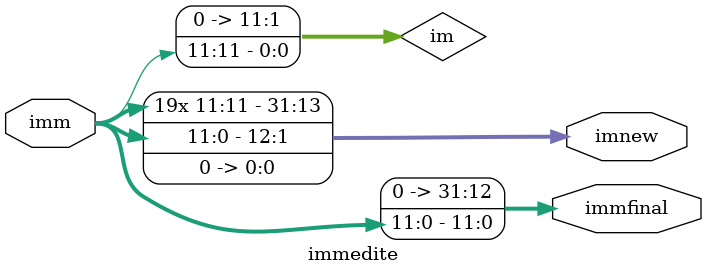
<source format=sv>
module immedite#(parameter n=32)( input logic[11:0] imm,
output logic[n-1:0] immfinal, output logic [n-1:0]imnew);
logic[11:0] im;
assign imnew={{19{imm[11]}},imm[11:0],1'b0}; assign im=imm[11];
always@(*) begin
if(im[11]==1)
 begin
 immfinal={{20{imm[11]}}, imm};
 end
 
else
begin 
immfinal={20'b0, imm};
end
end
endmodule

</source>
